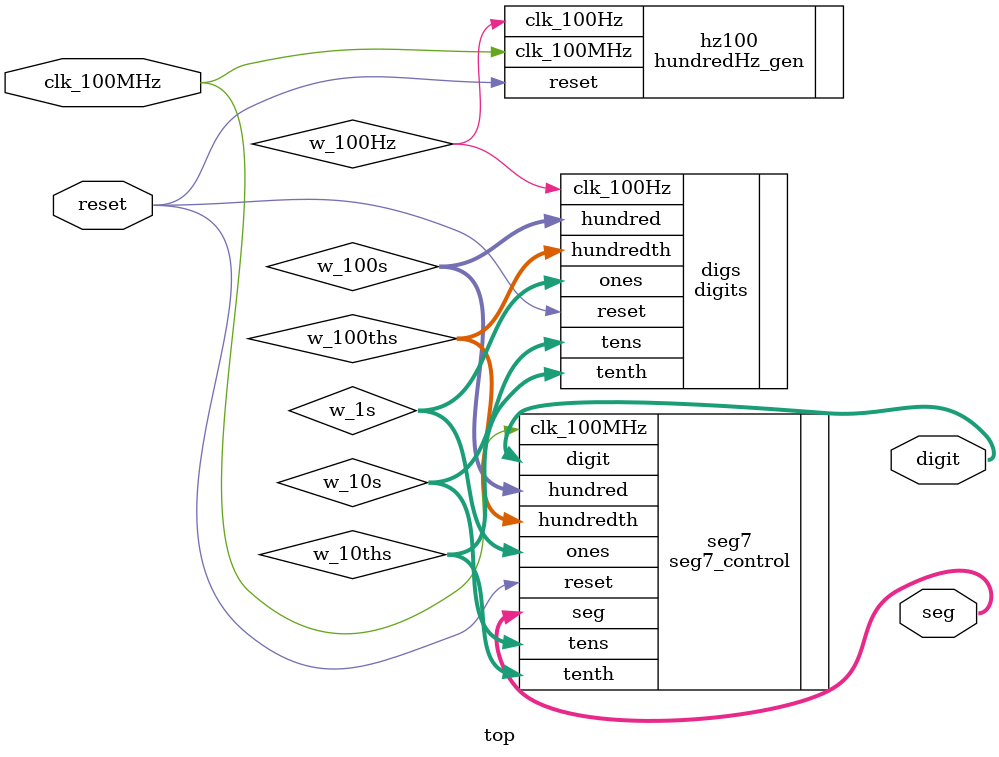
<source format=v>
`timescale 1ns / 1ps


module top(
input clk_100MHz,
input reset,
output [6:0] seg,
output [7:0] digit

    );
    
wire w_100Hz;
wire [4:0] w_100ths, w_10ths , w_1s,w_10s , w_100s;


hundredHz_gen hz100(.clk_100MHz(clk_100MHz), .reset(reset), .clk_100Hz(w_100Hz));

digits digs(.clk_100Hz(w_100Hz), .reset(reset) , .hundredth(w_100ths), .tenth(w_10ths), .ones(w_1s), .tens(w_10s), .hundred(w_100s));

seg7_control seg7(.clk_100MHz(clk_100MHz), .reset(reset), .hundredth(w_100ths), .tenth(w_10ths), .ones(w_1s), .tens(w_10s), .hundred(w_100s), .seg(seg), .digit(digit)); 
endmodule

</source>
